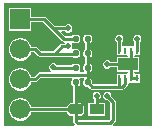
<source format=gtl>
G04*
G04 #@! TF.GenerationSoftware,Altium Limited,Altium Designer,22.1.2 (22)*
G04*
G04 Layer_Physical_Order=1*
G04 Layer_Color=255*
%FSLAX25Y25*%
%MOIN*%
G70*
G04*
G04 #@! TF.SameCoordinates,CB40C1EA-8919-4D87-B160-AD71CDEE434D*
G04*
G04*
G04 #@! TF.FilePolarity,Positive*
G04*
G01*
G75*
%ADD11C,0.01000*%
G04:AMPARAMS|DCode=16|XSize=20mil|YSize=20mil|CornerRadius=5mil|HoleSize=0mil|Usage=FLASHONLY|Rotation=90.000|XOffset=0mil|YOffset=0mil|HoleType=Round|Shape=RoundedRectangle|*
%AMROUNDEDRECTD16*
21,1,0.02000,0.01000,0,0,90.0*
21,1,0.01000,0.02000,0,0,90.0*
1,1,0.01000,0.00500,0.00500*
1,1,0.01000,0.00500,-0.00500*
1,1,0.01000,-0.00500,-0.00500*
1,1,0.01000,-0.00500,0.00500*
%
%ADD16ROUNDEDRECTD16*%
%ADD17R,0.00984X0.02165*%
%ADD18R,0.06693X0.03937*%
%ADD19R,0.05000X0.03500*%
G04:AMPARAMS|DCode=20|XSize=50mil|YSize=35mil|CornerRadius=0mil|HoleSize=0mil|Usage=FLASHONLY|Rotation=180.000|XOffset=0mil|YOffset=0mil|HoleType=Round|Shape=Octagon|*
%AMOCTAGOND20*
4,1,8,-0.02500,0.00875,-0.02500,-0.00875,-0.01625,-0.01750,0.01625,-0.01750,0.02500,-0.00875,0.02500,0.00875,0.01625,0.01750,-0.01625,0.01750,-0.02500,0.00875,0.0*
%
%ADD20OCTAGOND20*%

%ADD28C,0.06693*%
%ADD29R,0.06693X0.06693*%
%ADD30C,0.02000*%
G36*
X442500Y296500D02*
X429505D01*
X429298Y297000D01*
X430149Y297851D01*
X430348Y298149D01*
X430418Y298500D01*
Y304500D01*
X430348Y304851D01*
X430149Y305149D01*
X428900Y306398D01*
Y306779D01*
X428687Y307293D01*
X428293Y307687D01*
X427778Y307900D01*
X427221D01*
X426707Y307687D01*
X426313Y307293D01*
X426100Y306779D01*
Y306222D01*
X426313Y305707D01*
X426707Y305313D01*
X427221Y305100D01*
X427602D01*
X428582Y304120D01*
Y298880D01*
X428120Y298418D01*
X417966D01*
X417918Y298466D01*
Y299824D01*
X418824D01*
X419900Y300899D01*
Y303049D01*
X418824Y304124D01*
X417918D01*
Y309697D01*
X418149Y309851D01*
X418348Y310149D01*
X418418Y310500D01*
Y311500D01*
X418348Y311851D01*
X418193Y312082D01*
X418269Y312356D01*
X418400Y312582D01*
X419600D01*
X419731Y312356D01*
X419807Y312082D01*
X419652Y311851D01*
X419582Y311500D01*
Y310500D01*
X419652Y310149D01*
X419851Y309851D01*
X420149Y309652D01*
X420500Y309582D01*
X421120D01*
X421851Y308851D01*
X422149Y308652D01*
X422500Y308582D01*
X432500D01*
X432851Y308652D01*
X433149Y308851D01*
X434157Y309859D01*
X434356Y310157D01*
X434417Y310464D01*
X434449Y310543D01*
X434683Y310891D01*
X434926Y310891D01*
X436376D01*
Y310891D01*
X436561D01*
Y310891D01*
X438345D01*
Y312246D01*
X438370Y312374D01*
X438345Y312502D01*
Y313857D01*
X436850D01*
X436576Y314357D01*
X436716Y314632D01*
X438246D01*
Y319369D01*
X436716D01*
X436576Y319643D01*
X436850Y320143D01*
X438345D01*
Y321466D01*
X438378Y321634D01*
Y324398D01*
X438687Y324707D01*
X438900Y325221D01*
Y325779D01*
X438687Y326293D01*
X438293Y326687D01*
X437779Y326900D01*
X437221D01*
X436707Y326687D01*
X436313Y326293D01*
X436100Y325779D01*
Y325221D01*
X436313Y324707D01*
X436543Y324477D01*
Y323540D01*
X436376Y323109D01*
X436043Y323109D01*
X434592Y323109D01*
X434092Y323109D01*
X432624Y323109D01*
X432457Y323540D01*
Y324477D01*
X432687Y324707D01*
X432900Y325221D01*
Y325779D01*
X432687Y326293D01*
X432293Y326687D01*
X431778Y326900D01*
X431221D01*
X430707Y326687D01*
X430313Y326293D01*
X430100Y325779D01*
Y325221D01*
X430313Y324707D01*
X430622Y324398D01*
Y321634D01*
X430655Y321466D01*
Y320143D01*
X432439Y320143D01*
X432939Y320143D01*
X434118Y320143D01*
X434393Y319643D01*
X434252Y319369D01*
X430754D01*
Y317918D01*
X428562D01*
X428293Y318187D01*
X427778Y318400D01*
X427221D01*
X426707Y318187D01*
X426313Y317793D01*
X426100Y317279D01*
Y316722D01*
X426313Y316207D01*
X426707Y315813D01*
X427221Y315600D01*
X427778D01*
X428293Y315813D01*
X428562Y316082D01*
X430754D01*
Y314632D01*
X434252D01*
X434393Y314357D01*
X434118Y313857D01*
X432939D01*
X432624Y313857D01*
Y313857D01*
X432439D01*
Y313857D01*
X430655D01*
Y312534D01*
X430622Y312366D01*
Y310420D01*
X430620Y310418D01*
X422880D01*
X422418Y310880D01*
Y311500D01*
X422348Y311851D01*
X422149Y312149D01*
X421918Y312303D01*
Y314530D01*
X422149Y314685D01*
X422348Y314982D01*
X422418Y315333D01*
Y316333D01*
X422348Y316685D01*
X422149Y316982D01*
X421918Y317137D01*
Y319363D01*
X422149Y319518D01*
X422348Y319815D01*
X422418Y320167D01*
Y321167D01*
X422348Y321518D01*
X422149Y321815D01*
X421918Y321970D01*
Y324197D01*
X422149Y324351D01*
X422348Y324649D01*
X422418Y325000D01*
Y326000D01*
X422348Y326351D01*
X422149Y326649D01*
X421851Y326848D01*
X421500Y326918D01*
X420500D01*
X420149Y326848D01*
X419851Y326649D01*
X419652Y326351D01*
X419582Y326000D01*
Y325000D01*
X419652Y324649D01*
X419851Y324351D01*
X420082Y324197D01*
Y321970D01*
X419851Y321815D01*
X419652Y321518D01*
X419582Y321167D01*
Y320167D01*
X419652Y319815D01*
X419851Y319518D01*
X420082Y319363D01*
Y317137D01*
X419851Y316982D01*
X419652Y316685D01*
X419582Y316333D01*
Y315333D01*
X419652Y314982D01*
X419695Y314918D01*
X419428Y314418D01*
X418572D01*
X418305Y314918D01*
X418348Y314982D01*
X418418Y315333D01*
Y316333D01*
X418348Y316685D01*
X418149Y316982D01*
X417851Y317181D01*
X417500Y317251D01*
X416500D01*
X416149Y317181D01*
X415851Y316982D01*
X415752Y316834D01*
X410646D01*
X410293Y317187D01*
X409778Y317400D01*
X409222D01*
X408707Y317187D01*
X408313Y316793D01*
X408100Y316279D01*
Y315722D01*
X408313Y315207D01*
X408603Y314918D01*
X408459Y314433D01*
X408449Y314418D01*
X405000D01*
X404649Y314348D01*
X404351Y314149D01*
X403120Y312918D01*
X402133D01*
X401991Y313446D01*
X401498Y314300D01*
X400800Y314998D01*
X399946Y315491D01*
X398993Y315746D01*
X398007D01*
X397054Y315491D01*
X396200Y314998D01*
X395502Y314300D01*
X395009Y313446D01*
X394754Y312493D01*
Y311507D01*
X395009Y310554D01*
X395502Y309700D01*
X396200Y309002D01*
X397054Y308509D01*
X398007Y308254D01*
X398993D01*
X399946Y308509D01*
X400800Y309002D01*
X401498Y309700D01*
X401991Y310554D01*
X402133Y311082D01*
X403500D01*
X403851Y311152D01*
X404149Y311351D01*
X405380Y312582D01*
X415600D01*
X415731Y312356D01*
X415807Y312082D01*
X415652Y311851D01*
X415582Y311500D01*
Y310500D01*
X415652Y310149D01*
X415851Y309851D01*
X416082Y309697D01*
Y304124D01*
X415174D01*
X414100Y303049D01*
Y302905D01*
X402136D01*
X401991Y303446D01*
X401498Y304300D01*
X400800Y304998D01*
X399946Y305491D01*
X398993Y305747D01*
X398007D01*
X397054Y305491D01*
X396200Y304998D01*
X395502Y304300D01*
X395009Y303446D01*
X394754Y302493D01*
Y301507D01*
X395009Y300554D01*
X395502Y299700D01*
X396200Y299002D01*
X397054Y298509D01*
X398007Y298253D01*
X398993D01*
X399946Y298509D01*
X400800Y299002D01*
X401498Y299700D01*
X401991Y300554D01*
X402129Y301069D01*
X414100D01*
Y300899D01*
X415174Y299824D01*
X416082D01*
Y298086D01*
X416152Y297735D01*
X416351Y297437D01*
X416788Y297000D01*
X416581Y296500D01*
X393000D01*
Y337500D01*
X442500D01*
Y296500D01*
D02*
G37*
%LPC*%
G36*
X402247Y335747D02*
X394754D01*
Y328254D01*
X402247D01*
Y331082D01*
X406120D01*
X409101Y328101D01*
X412351Y324851D01*
X412649Y324652D01*
X413000Y324582D01*
X413030D01*
X413272Y324082D01*
X413141Y323918D01*
X412500D01*
X412149Y323848D01*
X411851Y323649D01*
X409620Y321418D01*
X405380D01*
X404149Y322649D01*
X403851Y322848D01*
X403500Y322918D01*
X402133D01*
X401991Y323446D01*
X401498Y324300D01*
X400800Y324998D01*
X399946Y325491D01*
X398993Y325746D01*
X398007D01*
X397054Y325491D01*
X396200Y324998D01*
X395502Y324300D01*
X395009Y323446D01*
X394754Y322493D01*
Y321507D01*
X395009Y320554D01*
X395502Y319700D01*
X396200Y319002D01*
X397054Y318509D01*
X398007Y318253D01*
X398993D01*
X399946Y318509D01*
X400800Y319002D01*
X401498Y319700D01*
X401991Y320554D01*
X402133Y321082D01*
X403120D01*
X404351Y319851D01*
X404649Y319652D01*
X405000Y319582D01*
X415808D01*
X415851Y319518D01*
X416149Y319319D01*
X416500Y319249D01*
X417500D01*
X417851Y319319D01*
X418149Y319518D01*
X418348Y319815D01*
X418418Y320167D01*
Y321167D01*
X418348Y321518D01*
X418149Y321815D01*
X417851Y322014D01*
X417500Y322084D01*
X416500D01*
X416149Y322014D01*
X416145Y322012D01*
X415744Y322345D01*
X415900Y322722D01*
Y323278D01*
X415721Y323711D01*
X415826Y324063D01*
X415927Y324260D01*
X415974Y324269D01*
X416149Y324152D01*
X416500Y324082D01*
X417500D01*
X417851Y324152D01*
X418149Y324351D01*
X418348Y324649D01*
X418418Y325000D01*
Y326000D01*
X418348Y326351D01*
X418149Y326649D01*
X417851Y326848D01*
X417500Y326918D01*
X416500D01*
X416149Y326848D01*
X415851Y326649D01*
X415697Y326418D01*
X413380D01*
X412177Y327620D01*
X412369Y328082D01*
X413438D01*
X413707Y327813D01*
X414221Y327600D01*
X414779D01*
X415293Y327813D01*
X415687Y328207D01*
X415900Y328721D01*
Y329278D01*
X415687Y329793D01*
X415293Y330187D01*
X414779Y330400D01*
X414221D01*
X413707Y330187D01*
X413438Y329918D01*
X410000D01*
X409900Y329898D01*
X407149Y332649D01*
X406851Y332848D01*
X406500Y332918D01*
X402247D01*
Y335747D01*
D02*
G37*
G36*
X424278Y307900D02*
X423722D01*
X423207Y307687D01*
X422813Y307293D01*
X422600Y306779D01*
Y306222D01*
X422813Y305707D01*
X423082Y305438D01*
Y304124D01*
X421100D01*
Y299824D01*
X426899D01*
Y304124D01*
X424918D01*
Y305438D01*
X425187Y305707D01*
X425400Y306222D01*
Y306779D01*
X425187Y307293D01*
X424793Y307687D01*
X424278Y307900D01*
D02*
G37*
%LPD*%
D11*
X410000Y329000D02*
X414500D01*
X409750Y328750D02*
X413000Y325500D01*
X406500Y332000D02*
X409750Y328750D01*
X410000Y329000D01*
X410000Y320500D02*
X412500Y323000D01*
X414500D01*
X410000Y320500D02*
X416833D01*
X405000D02*
X410000D01*
X416833D02*
X417000Y320667D01*
X421000D02*
Y325500D01*
X398500Y332000D02*
X406500D01*
X413000Y325500D02*
X417000D01*
X398500Y312000D02*
X403500D01*
X405000Y313500D01*
X420917D01*
X416999Y301974D02*
X417000Y301974D01*
X416987Y301987D02*
X416999Y301974D01*
X417000Y301975D02*
Y311000D01*
X416999Y301974D02*
X417000Y301975D01*
Y298086D02*
X417586Y297500D01*
X417000Y298086D02*
Y301974D01*
X417586Y297500D02*
X428500D01*
X429500Y298500D01*
Y304500D01*
X427500Y306500D02*
X429500Y304500D01*
X424000Y301974D02*
X424000Y301975D01*
Y306500D01*
X427500Y317000D02*
X434500D01*
X409583Y315917D02*
X416917D01*
X417000Y315833D01*
X409500Y316000D02*
X409583Y315917D01*
X437453Y321626D02*
X437461Y321634D01*
Y325461D01*
X437500Y325500D01*
X431500D02*
X431539Y325461D01*
Y321634D02*
X431547Y321626D01*
X431539Y321634D02*
Y325461D01*
X421000Y313417D02*
Y315833D01*
Y311000D02*
Y313417D01*
X420917Y313500D02*
X421000Y313417D01*
X433508Y310508D02*
Y312366D01*
X433516Y312374D01*
X432500Y309500D02*
X433508Y310508D01*
X431000Y309500D02*
X432500D01*
X422500D02*
X431000D01*
X421000Y311000D02*
X422500Y309500D01*
X431539Y312366D02*
X431547Y312374D01*
X431539Y310039D02*
Y312366D01*
X431000Y309500D02*
X431539Y310039D01*
X398500Y302000D02*
X398513Y301987D01*
X416987D01*
X435484Y312374D02*
X437453D01*
X434500Y317000D02*
X435484Y316016D01*
Y312374D02*
Y316016D01*
Y317984D02*
Y321626D01*
X434500Y317000D02*
X435484Y317984D01*
X421000Y315833D02*
Y320667D01*
X398500Y322000D02*
X403500D01*
X405000Y320500D01*
D16*
X417000Y320667D02*
D03*
X421000D02*
D03*
Y311000D02*
D03*
X417000D02*
D03*
Y315833D02*
D03*
X421000D02*
D03*
X417000Y325500D02*
D03*
X421000D02*
D03*
D17*
X437453Y321626D02*
D03*
X435484D02*
D03*
X433516D02*
D03*
X431547D02*
D03*
X437453Y312374D02*
D03*
X435484D02*
D03*
X433516D02*
D03*
X431547D02*
D03*
D18*
X434500Y317000D02*
D03*
D19*
X424000Y301974D02*
D03*
D20*
X416999D02*
D03*
D28*
X398500Y302000D02*
D03*
Y312000D02*
D03*
Y322000D02*
D03*
D29*
Y332000D02*
D03*
D30*
X414500Y329000D02*
D03*
Y323000D02*
D03*
X427500Y306500D02*
D03*
X424000D02*
D03*
X427500Y317000D02*
D03*
X409500Y316000D02*
D03*
X437500Y325500D02*
D03*
X431500D02*
D03*
M02*

</source>
